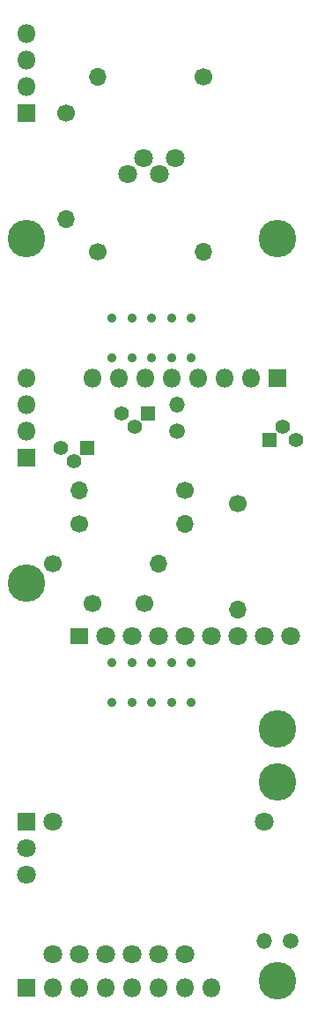
<source format=gts>
G04 #@! TF.GenerationSoftware,KiCad,Pcbnew,5.1.6*
G04 #@! TF.CreationDate,2021-12-18T09:42:17+01:00*
G04 #@! TF.ProjectId,co2_blep,636f325f-626c-4657-902e-6b696361645f,rev?*
G04 #@! TF.SameCoordinates,Original*
G04 #@! TF.FileFunction,Soldermask,Top*
G04 #@! TF.FilePolarity,Negative*
%FSLAX46Y46*%
G04 Gerber Fmt 4.6, Leading zero omitted, Abs format (unit mm)*
G04 Created by KiCad (PCBNEW 5.1.6) date 2021-12-18 09:42:17*
%MOMM*%
%LPD*%
G01*
G04 APERTURE LIST*
%ADD10C,0.900000*%
%ADD11O,1.700000X1.700000*%
%ADD12C,1.700000*%
%ADD13O,1.800000X1.800000*%
%ADD14R,1.800000X1.800000*%
%ADD15R,1.400000X1.400000*%
%ADD16C,1.400000*%
%ADD17C,3.600000*%
%ADD18C,1.801800*%
%ADD19R,1.801800X1.624000*%
%ADD20R,1.801800X1.801800*%
%ADD21O,1.500000X1.500000*%
%ADD22C,1.500000*%
G04 APERTURE END LIST*
D10*
X120015000Y-118110000D03*
X118110000Y-85090000D03*
X123825000Y-118110000D03*
X123825000Y-85090000D03*
X118110000Y-88900000D03*
X116205000Y-118110000D03*
X121920000Y-118110000D03*
X121920000Y-85090000D03*
X116205000Y-85090000D03*
X123825000Y-121920000D03*
X116205000Y-121920000D03*
X118110000Y-118110000D03*
X123825000Y-88900000D03*
X120015000Y-85090000D03*
X120015000Y-121920000D03*
X121920000Y-121920000D03*
X120015000Y-88900000D03*
X116205000Y-88900000D03*
X118110000Y-121920000D03*
X121920000Y-88900000D03*
D11*
X113030000Y-101600000D03*
D12*
X123190000Y-101600000D03*
D13*
X125730000Y-149225000D03*
X123190000Y-149225000D03*
X120650000Y-149225000D03*
X118110000Y-149225000D03*
X115570000Y-149225000D03*
X113030000Y-149225000D03*
X110490000Y-149225000D03*
D14*
X107950000Y-149225000D03*
D15*
X131318000Y-96774000D03*
D16*
X133858000Y-96774000D03*
X132588000Y-95504000D03*
D15*
X119634000Y-94234000D03*
D16*
X117094000Y-94234000D03*
X118364000Y-95504000D03*
D13*
X107950000Y-57785000D03*
X107950000Y-60325000D03*
X107950000Y-62865000D03*
D14*
X107950000Y-65405000D03*
D13*
X107950000Y-90805000D03*
X107950000Y-93345000D03*
X107950000Y-95885000D03*
D14*
X107950000Y-98425000D03*
D17*
X132080000Y-77470000D03*
X132080000Y-148590000D03*
X107950000Y-77470000D03*
D18*
X133350000Y-115570000D03*
X130810000Y-115570000D03*
X128270000Y-115570000D03*
X125730000Y-115570000D03*
X123190000Y-115570000D03*
X120650000Y-115570000D03*
X118110000Y-115570000D03*
X115570000Y-115570000D03*
D19*
X113030000Y-115570000D03*
D18*
X123190000Y-146050000D03*
X120650000Y-146050000D03*
X118110000Y-146050000D03*
X115570000Y-146050000D03*
X113030000Y-146050000D03*
X110490000Y-146050000D03*
X107950000Y-138430000D03*
X107950000Y-135890000D03*
D20*
X107950000Y-133350000D03*
D21*
X130810000Y-144780000D03*
D22*
X133350000Y-144780000D03*
D21*
X122428000Y-93345000D03*
D22*
X122428000Y-95885000D03*
D15*
X113792000Y-97536000D03*
D16*
X111252000Y-97536000D03*
X112522000Y-98806000D03*
D18*
X122301000Y-69723000D03*
X120777000Y-71247000D03*
X119253000Y-69723000D03*
X117729000Y-71247000D03*
D12*
X114300000Y-112395000D03*
X119300000Y-112395000D03*
D18*
X110490000Y-133350000D03*
X130810000Y-133350000D03*
D11*
X123190000Y-104775000D03*
D12*
X113030000Y-104775000D03*
D11*
X120650000Y-108585000D03*
D12*
X110490000Y-108585000D03*
D11*
X114808000Y-61976000D03*
D12*
X124968000Y-61976000D03*
D11*
X111760000Y-75565000D03*
D12*
X111760000Y-65405000D03*
D11*
X124968000Y-78740000D03*
D12*
X114808000Y-78740000D03*
D11*
X128270000Y-113030000D03*
D12*
X128270000Y-102870000D03*
D13*
X114300000Y-90805000D03*
X116840000Y-90805000D03*
X119380000Y-90805000D03*
X121920000Y-90805000D03*
X124460000Y-90805000D03*
X127000000Y-90805000D03*
X129540000Y-90805000D03*
D14*
X132080000Y-90805000D03*
D17*
X132080000Y-124460000D03*
X107950000Y-110490000D03*
X132080000Y-129540000D03*
M02*

</source>
